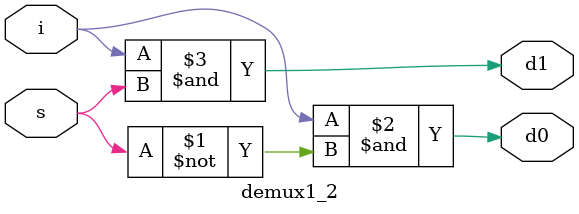
<source format=v>
module demux1_2(input i,s, output d0,d1);
  assign d0 = i&~s ;
  assign d1 = i&s ;
  
endmodule

</source>
